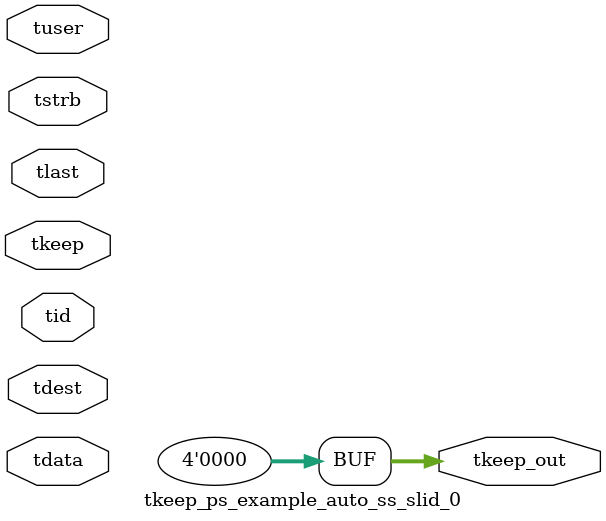
<source format=v>


`timescale 1ps/1ps

module tkeep_ps_example_auto_ss_slid_0 #
(
parameter C_S_AXIS_TDATA_WIDTH = 32,
parameter C_S_AXIS_TUSER_WIDTH = 0,
parameter C_S_AXIS_TID_WIDTH   = 0,
parameter C_S_AXIS_TDEST_WIDTH = 0,
parameter C_M_AXIS_TDATA_WIDTH = 32
)
(
input  [(C_S_AXIS_TDATA_WIDTH == 0 ? 1 : C_S_AXIS_TDATA_WIDTH)-1:0     ] tdata,
input  [(C_S_AXIS_TUSER_WIDTH == 0 ? 1 : C_S_AXIS_TUSER_WIDTH)-1:0     ] tuser,
input  [(C_S_AXIS_TID_WIDTH   == 0 ? 1 : C_S_AXIS_TID_WIDTH)-1:0       ] tid,
input  [(C_S_AXIS_TDEST_WIDTH == 0 ? 1 : C_S_AXIS_TDEST_WIDTH)-1:0     ] tdest,
input  [(C_S_AXIS_TDATA_WIDTH/8)-1:0 ] tkeep,
input  [(C_S_AXIS_TDATA_WIDTH/8)-1:0 ] tstrb,
input                                                                    tlast,
output [(C_M_AXIS_TDATA_WIDTH/8)-1:0 ] tkeep_out
);

assign tkeep_out = {1'b0};

endmodule


</source>
